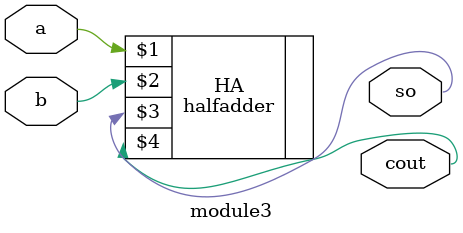
<source format=v>
module module1(input wire [3:0] i, output wire so, co);
    fulladder FA(i[0], i[1], i[2], so, co);
endmodule

//AND Gate (Module 2)
module module2 (input wire a, b, c, output wire o);
   wire w1, w2;

    invert M0(c, w1);
    and2 M1(a, b, w2);
    and2 M2(w1, w2, o);
endmodule

//Half Adder (Module 3)
module module3(input wire a, b, output wire so, cout);
    halfadder HA(a, b, so, cout);
endmodule
</source>
